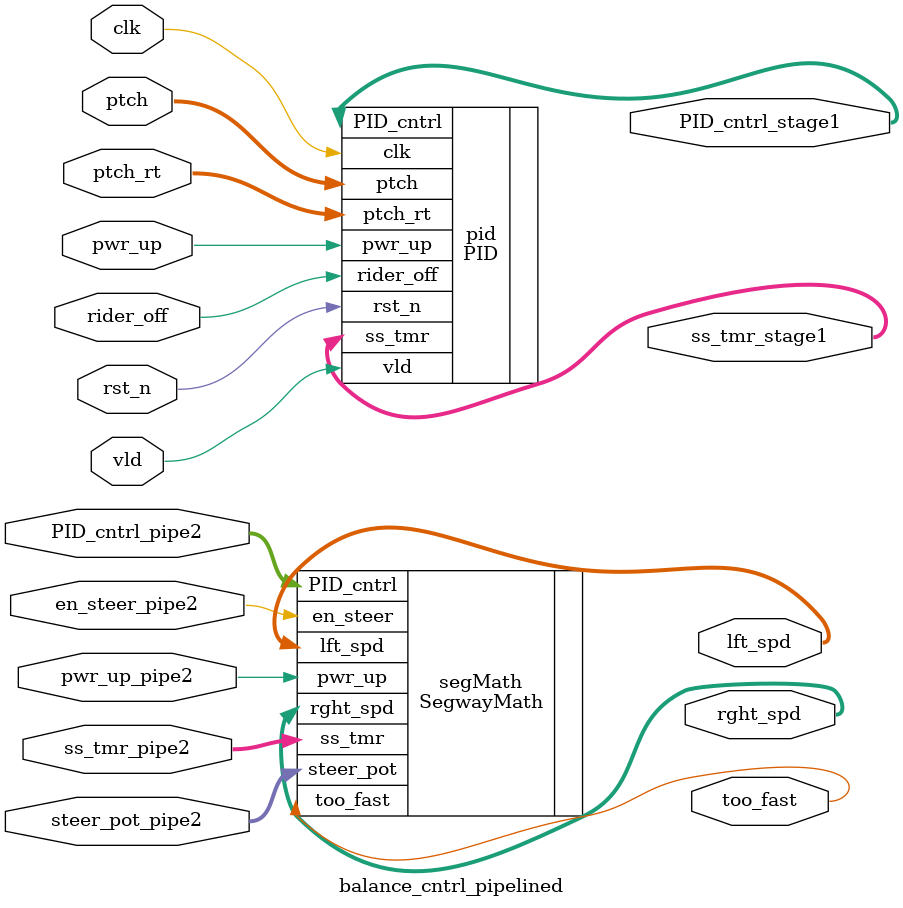
<source format=sv>
module balance_cntrl_pipelined #(parameter fast_sim = 1)(
    input logic clk,               // 50MHz system clock & active low reset
    input logic rst_n,             // Active low reset
    input logic vld,               // High when inertial sensor reading (pitch) is ready (pipelined)
    input logic [15:0] ptch,       // Pitch of Segway from inertial_intf (pipelined)
    input logic [15:0] ptch_rt,    // Pitch rate (degrees/sec) for D_term of PID (pipelined)
    input logic pwr_up,            // Segway balance control powered up (pipelined)
    input logic rider_off,         // Asserted when no rider detected (pipelined)
    input logic [11:0] steer_pot_pipe2,  // From A2D_intf (pipelined stage 2)
    input logic en_steer_pipe2,          // Enables steering control (pipelined stage 2)
    input logic pwr_up_pipe2,            // Power up signal for stage 2 (pipelined)
    input logic signed [11:0] PID_cntrl_pipe2,  // PID control from pipeline stage 2
    input logic [7:0] ss_tmr_pipe2,             // Soft start timer from pipeline stage 2
    output logic signed [11:0] PID_cntrl_stage1, // PID control output from stage 1
    output logic [7:0] ss_tmr_stage1,           // Soft start timer output from stage 1
    output logic [11:0] lft_spd,   // 12-bit signed speed of left motor
    output logic [11:0] rght_spd,  // 12-bit signed speed of right motor
    output logic too_fast         // Rider approaching point of minimal control margin
);

    // PID module computes in pipeline stage 1
    PID #(fast_sim) pid(
                        .clk(clk),
                        .rst_n(rst_n),
                        .vld(vld),
                        .pwr_up(pwr_up),
                        .rider_off(rider_off),
                        .ptch(ptch),
                        .ptch_rt(ptch_rt),
                        .PID_cntrl(PID_cntrl_stage1),
                        .ss_tmr(ss_tmr_stage1)
                    );
    
    // SegwayMath computes in pipeline stage 2 using pipelined inputs
    SegwayMath segMath(
            .PID_cntrl(PID_cntrl_pipe2),  // Use pipelined PID control
            .ss_tmr(ss_tmr_pipe2),        // Use pipelined soft start timer
            .steer_pot(steer_pot_pipe2),  // Use pipelined steering pot
            .en_steer(en_steer_pipe2),    // Use pipelined steering enable
            .pwr_up(pwr_up_pipe2),        // Use pipelined power up
            .lft_spd(lft_spd),
            .rght_spd(rght_spd),
            .too_fast(too_fast)
    );
endmodule
</source>
